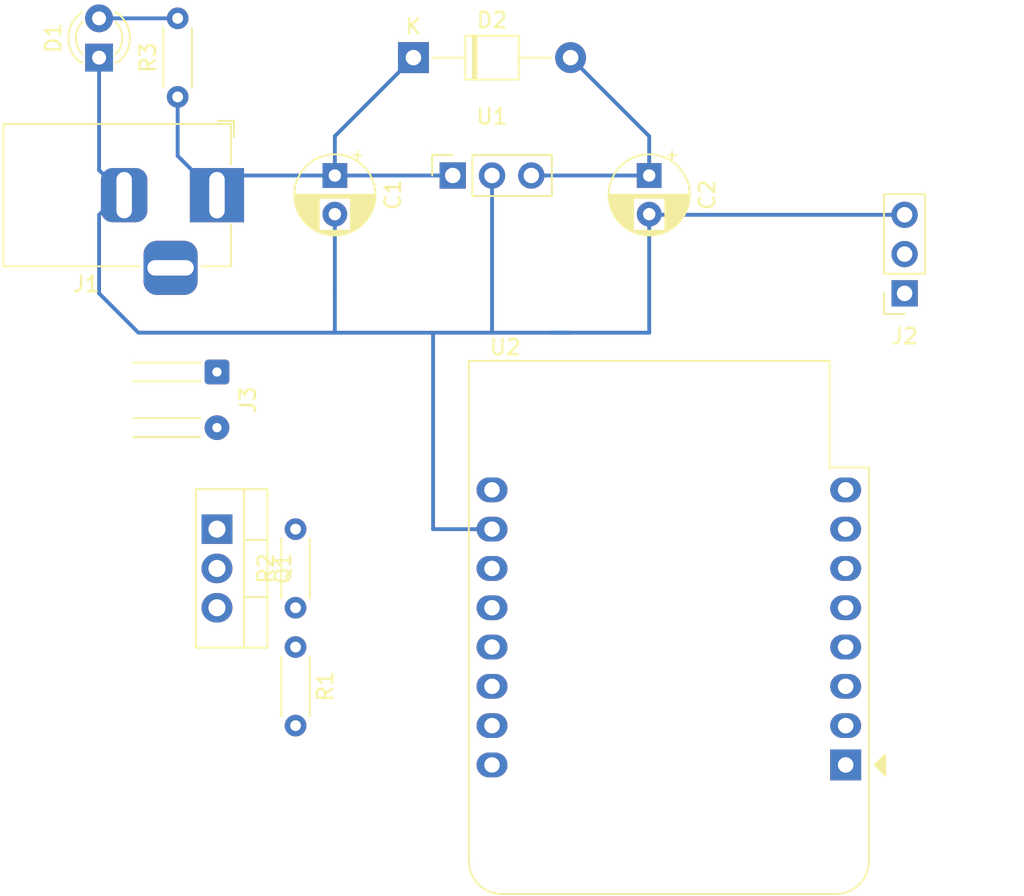
<source format=kicad_pcb>
(kicad_pcb (version 20171130) (host pcbnew 5.1.8)

  (general
    (thickness 1.6)
    (drawings 0)
    (tracks 29)
    (zones 0)
    (modules 13)
    (nets 21)
  )

  (page A4)
  (layers
    (0 F.Cu signal)
    (31 B.Cu signal)
    (32 B.Adhes user)
    (33 F.Adhes user)
    (34 B.Paste user)
    (35 F.Paste user)
    (36 B.SilkS user)
    (37 F.SilkS user)
    (38 B.Mask user)
    (39 F.Mask user)
    (40 Dwgs.User user)
    (41 Cmts.User user)
    (42 Eco1.User user)
    (43 Eco2.User user)
    (44 Edge.Cuts user)
    (45 Margin user)
    (46 B.CrtYd user)
    (47 F.CrtYd user)
    (48 B.Fab user)
    (49 F.Fab user)
  )

  (setup
    (last_trace_width 0.25)
    (trace_clearance 0.2)
    (zone_clearance 0.508)
    (zone_45_only no)
    (trace_min 0.2)
    (via_size 0.8)
    (via_drill 0.4)
    (via_min_size 0.4)
    (via_min_drill 0.3)
    (uvia_size 0.3)
    (uvia_drill 0.1)
    (uvias_allowed no)
    (uvia_min_size 0.2)
    (uvia_min_drill 0.1)
    (edge_width 0.05)
    (segment_width 0.2)
    (pcb_text_width 0.3)
    (pcb_text_size 1.5 1.5)
    (mod_edge_width 0.12)
    (mod_text_size 1 1)
    (mod_text_width 0.15)
    (pad_size 1.524 1.524)
    (pad_drill 0.762)
    (pad_to_mask_clearance 0)
    (aux_axis_origin 0 0)
    (visible_elements FFFFFF7F)
    (pcbplotparams
      (layerselection 0x010fc_ffffffff)
      (usegerberextensions false)
      (usegerberattributes true)
      (usegerberadvancedattributes true)
      (creategerberjobfile true)
      (excludeedgelayer true)
      (linewidth 0.100000)
      (plotframeref false)
      (viasonmask false)
      (mode 1)
      (useauxorigin false)
      (hpglpennumber 1)
      (hpglpenspeed 20)
      (hpglpendiameter 15.000000)
      (psnegative false)
      (psa4output false)
      (plotreference true)
      (plotvalue true)
      (plotinvisibletext false)
      (padsonsilk false)
      (subtractmaskfromsilk false)
      (outputformat 1)
      (mirror false)
      (drillshape 1)
      (scaleselection 1)
      (outputdirectory ""))
  )

  (net 0 "")
  (net 1 GND)
  (net 2 +12V)
  (net 3 +5V)
  (net 4 Touch_S)
  (net 5 LED_K)
  (net 6 "Net-(Q1-Pad3)")
  (net 7 GATE)
  (net 8 VR)
  (net 9 +3V3)
  (net 10 "Net-(U2-Pad1)")
  (net 11 "Net-(U2-Pad3)")
  (net 12 "Net-(U2-Pad4)")
  (net 13 "Net-(U2-Pad5)")
  (net 14 "Net-(U2-Pad6)")
  (net 15 "Net-(U2-Pad7)")
  (net 16 "Net-(U2-Pad13)")
  (net 17 "Net-(U2-Pad14)")
  (net 18 "Net-(U2-Pad15)")
  (net 19 "Net-(U2-Pad16)")
  (net 20 "Net-(D1-Pad2)")

  (net_class Default "This is the default net class."
    (clearance 0.2)
    (trace_width 0.25)
    (via_dia 0.8)
    (via_drill 0.4)
    (uvia_dia 0.3)
    (uvia_drill 0.1)
    (add_net +12V)
    (add_net +3V3)
    (add_net +5V)
    (add_net GATE)
    (add_net GND)
    (add_net LED_K)
    (add_net "Net-(D1-Pad2)")
    (add_net "Net-(Q1-Pad3)")
    (add_net "Net-(U2-Pad1)")
    (add_net "Net-(U2-Pad13)")
    (add_net "Net-(U2-Pad14)")
    (add_net "Net-(U2-Pad15)")
    (add_net "Net-(U2-Pad16)")
    (add_net "Net-(U2-Pad3)")
    (add_net "Net-(U2-Pad4)")
    (add_net "Net-(U2-Pad5)")
    (add_net "Net-(U2-Pad6)")
    (add_net "Net-(U2-Pad7)")
    (add_net Touch_S)
    (add_net VR)
  )

  (module Capacitor_THT:CP_Radial_D5.0mm_P2.50mm (layer F.Cu) (tedit 5AE50EF0) (tstamp 6010CCFB)
    (at 111.76 114.3 270)
    (descr "CP, Radial series, Radial, pin pitch=2.50mm, , diameter=5mm, Electrolytic Capacitor")
    (tags "CP Radial series Radial pin pitch 2.50mm  diameter 5mm Electrolytic Capacitor")
    (path /60109178)
    (fp_text reference C1 (at 1.25 -3.75 90) (layer F.SilkS)
      (effects (font (size 1 1) (thickness 0.15)))
    )
    (fp_text value "0.33 uF" (at 1.25 3.75 90) (layer F.Fab)
      (effects (font (size 1 1) (thickness 0.15)))
    )
    (fp_line (start -1.304775 -1.725) (end -1.304775 -1.225) (layer F.SilkS) (width 0.12))
    (fp_line (start -1.554775 -1.475) (end -1.054775 -1.475) (layer F.SilkS) (width 0.12))
    (fp_line (start 3.851 -0.284) (end 3.851 0.284) (layer F.SilkS) (width 0.12))
    (fp_line (start 3.811 -0.518) (end 3.811 0.518) (layer F.SilkS) (width 0.12))
    (fp_line (start 3.771 -0.677) (end 3.771 0.677) (layer F.SilkS) (width 0.12))
    (fp_line (start 3.731 -0.805) (end 3.731 0.805) (layer F.SilkS) (width 0.12))
    (fp_line (start 3.691 -0.915) (end 3.691 0.915) (layer F.SilkS) (width 0.12))
    (fp_line (start 3.651 -1.011) (end 3.651 1.011) (layer F.SilkS) (width 0.12))
    (fp_line (start 3.611 -1.098) (end 3.611 1.098) (layer F.SilkS) (width 0.12))
    (fp_line (start 3.571 -1.178) (end 3.571 1.178) (layer F.SilkS) (width 0.12))
    (fp_line (start 3.531 1.04) (end 3.531 1.251) (layer F.SilkS) (width 0.12))
    (fp_line (start 3.531 -1.251) (end 3.531 -1.04) (layer F.SilkS) (width 0.12))
    (fp_line (start 3.491 1.04) (end 3.491 1.319) (layer F.SilkS) (width 0.12))
    (fp_line (start 3.491 -1.319) (end 3.491 -1.04) (layer F.SilkS) (width 0.12))
    (fp_line (start 3.451 1.04) (end 3.451 1.383) (layer F.SilkS) (width 0.12))
    (fp_line (start 3.451 -1.383) (end 3.451 -1.04) (layer F.SilkS) (width 0.12))
    (fp_line (start 3.411 1.04) (end 3.411 1.443) (layer F.SilkS) (width 0.12))
    (fp_line (start 3.411 -1.443) (end 3.411 -1.04) (layer F.SilkS) (width 0.12))
    (fp_line (start 3.371 1.04) (end 3.371 1.5) (layer F.SilkS) (width 0.12))
    (fp_line (start 3.371 -1.5) (end 3.371 -1.04) (layer F.SilkS) (width 0.12))
    (fp_line (start 3.331 1.04) (end 3.331 1.554) (layer F.SilkS) (width 0.12))
    (fp_line (start 3.331 -1.554) (end 3.331 -1.04) (layer F.SilkS) (width 0.12))
    (fp_line (start 3.291 1.04) (end 3.291 1.605) (layer F.SilkS) (width 0.12))
    (fp_line (start 3.291 -1.605) (end 3.291 -1.04) (layer F.SilkS) (width 0.12))
    (fp_line (start 3.251 1.04) (end 3.251 1.653) (layer F.SilkS) (width 0.12))
    (fp_line (start 3.251 -1.653) (end 3.251 -1.04) (layer F.SilkS) (width 0.12))
    (fp_line (start 3.211 1.04) (end 3.211 1.699) (layer F.SilkS) (width 0.12))
    (fp_line (start 3.211 -1.699) (end 3.211 -1.04) (layer F.SilkS) (width 0.12))
    (fp_line (start 3.171 1.04) (end 3.171 1.743) (layer F.SilkS) (width 0.12))
    (fp_line (start 3.171 -1.743) (end 3.171 -1.04) (layer F.SilkS) (width 0.12))
    (fp_line (start 3.131 1.04) (end 3.131 1.785) (layer F.SilkS) (width 0.12))
    (fp_line (start 3.131 -1.785) (end 3.131 -1.04) (layer F.SilkS) (width 0.12))
    (fp_line (start 3.091 1.04) (end 3.091 1.826) (layer F.SilkS) (width 0.12))
    (fp_line (start 3.091 -1.826) (end 3.091 -1.04) (layer F.SilkS) (width 0.12))
    (fp_line (start 3.051 1.04) (end 3.051 1.864) (layer F.SilkS) (width 0.12))
    (fp_line (start 3.051 -1.864) (end 3.051 -1.04) (layer F.SilkS) (width 0.12))
    (fp_line (start 3.011 1.04) (end 3.011 1.901) (layer F.SilkS) (width 0.12))
    (fp_line (start 3.011 -1.901) (end 3.011 -1.04) (layer F.SilkS) (width 0.12))
    (fp_line (start 2.971 1.04) (end 2.971 1.937) (layer F.SilkS) (width 0.12))
    (fp_line (start 2.971 -1.937) (end 2.971 -1.04) (layer F.SilkS) (width 0.12))
    (fp_line (start 2.931 1.04) (end 2.931 1.971) (layer F.SilkS) (width 0.12))
    (fp_line (start 2.931 -1.971) (end 2.931 -1.04) (layer F.SilkS) (width 0.12))
    (fp_line (start 2.891 1.04) (end 2.891 2.004) (layer F.SilkS) (width 0.12))
    (fp_line (start 2.891 -2.004) (end 2.891 -1.04) (layer F.SilkS) (width 0.12))
    (fp_line (start 2.851 1.04) (end 2.851 2.035) (layer F.SilkS) (width 0.12))
    (fp_line (start 2.851 -2.035) (end 2.851 -1.04) (layer F.SilkS) (width 0.12))
    (fp_line (start 2.811 1.04) (end 2.811 2.065) (layer F.SilkS) (width 0.12))
    (fp_line (start 2.811 -2.065) (end 2.811 -1.04) (layer F.SilkS) (width 0.12))
    (fp_line (start 2.771 1.04) (end 2.771 2.095) (layer F.SilkS) (width 0.12))
    (fp_line (start 2.771 -2.095) (end 2.771 -1.04) (layer F.SilkS) (width 0.12))
    (fp_line (start 2.731 1.04) (end 2.731 2.122) (layer F.SilkS) (width 0.12))
    (fp_line (start 2.731 -2.122) (end 2.731 -1.04) (layer F.SilkS) (width 0.12))
    (fp_line (start 2.691 1.04) (end 2.691 2.149) (layer F.SilkS) (width 0.12))
    (fp_line (start 2.691 -2.149) (end 2.691 -1.04) (layer F.SilkS) (width 0.12))
    (fp_line (start 2.651 1.04) (end 2.651 2.175) (layer F.SilkS) (width 0.12))
    (fp_line (start 2.651 -2.175) (end 2.651 -1.04) (layer F.SilkS) (width 0.12))
    (fp_line (start 2.611 1.04) (end 2.611 2.2) (layer F.SilkS) (width 0.12))
    (fp_line (start 2.611 -2.2) (end 2.611 -1.04) (layer F.SilkS) (width 0.12))
    (fp_line (start 2.571 1.04) (end 2.571 2.224) (layer F.SilkS) (width 0.12))
    (fp_line (start 2.571 -2.224) (end 2.571 -1.04) (layer F.SilkS) (width 0.12))
    (fp_line (start 2.531 1.04) (end 2.531 2.247) (layer F.SilkS) (width 0.12))
    (fp_line (start 2.531 -2.247) (end 2.531 -1.04) (layer F.SilkS) (width 0.12))
    (fp_line (start 2.491 1.04) (end 2.491 2.268) (layer F.SilkS) (width 0.12))
    (fp_line (start 2.491 -2.268) (end 2.491 -1.04) (layer F.SilkS) (width 0.12))
    (fp_line (start 2.451 1.04) (end 2.451 2.29) (layer F.SilkS) (width 0.12))
    (fp_line (start 2.451 -2.29) (end 2.451 -1.04) (layer F.SilkS) (width 0.12))
    (fp_line (start 2.411 1.04) (end 2.411 2.31) (layer F.SilkS) (width 0.12))
    (fp_line (start 2.411 -2.31) (end 2.411 -1.04) (layer F.SilkS) (width 0.12))
    (fp_line (start 2.371 1.04) (end 2.371 2.329) (layer F.SilkS) (width 0.12))
    (fp_line (start 2.371 -2.329) (end 2.371 -1.04) (layer F.SilkS) (width 0.12))
    (fp_line (start 2.331 1.04) (end 2.331 2.348) (layer F.SilkS) (width 0.12))
    (fp_line (start 2.331 -2.348) (end 2.331 -1.04) (layer F.SilkS) (width 0.12))
    (fp_line (start 2.291 1.04) (end 2.291 2.365) (layer F.SilkS) (width 0.12))
    (fp_line (start 2.291 -2.365) (end 2.291 -1.04) (layer F.SilkS) (width 0.12))
    (fp_line (start 2.251 1.04) (end 2.251 2.382) (layer F.SilkS) (width 0.12))
    (fp_line (start 2.251 -2.382) (end 2.251 -1.04) (layer F.SilkS) (width 0.12))
    (fp_line (start 2.211 1.04) (end 2.211 2.398) (layer F.SilkS) (width 0.12))
    (fp_line (start 2.211 -2.398) (end 2.211 -1.04) (layer F.SilkS) (width 0.12))
    (fp_line (start 2.171 1.04) (end 2.171 2.414) (layer F.SilkS) (width 0.12))
    (fp_line (start 2.171 -2.414) (end 2.171 -1.04) (layer F.SilkS) (width 0.12))
    (fp_line (start 2.131 1.04) (end 2.131 2.428) (layer F.SilkS) (width 0.12))
    (fp_line (start 2.131 -2.428) (end 2.131 -1.04) (layer F.SilkS) (width 0.12))
    (fp_line (start 2.091 1.04) (end 2.091 2.442) (layer F.SilkS) (width 0.12))
    (fp_line (start 2.091 -2.442) (end 2.091 -1.04) (layer F.SilkS) (width 0.12))
    (fp_line (start 2.051 1.04) (end 2.051 2.455) (layer F.SilkS) (width 0.12))
    (fp_line (start 2.051 -2.455) (end 2.051 -1.04) (layer F.SilkS) (width 0.12))
    (fp_line (start 2.011 1.04) (end 2.011 2.468) (layer F.SilkS) (width 0.12))
    (fp_line (start 2.011 -2.468) (end 2.011 -1.04) (layer F.SilkS) (width 0.12))
    (fp_line (start 1.971 1.04) (end 1.971 2.48) (layer F.SilkS) (width 0.12))
    (fp_line (start 1.971 -2.48) (end 1.971 -1.04) (layer F.SilkS) (width 0.12))
    (fp_line (start 1.93 1.04) (end 1.93 2.491) (layer F.SilkS) (width 0.12))
    (fp_line (start 1.93 -2.491) (end 1.93 -1.04) (layer F.SilkS) (width 0.12))
    (fp_line (start 1.89 1.04) (end 1.89 2.501) (layer F.SilkS) (width 0.12))
    (fp_line (start 1.89 -2.501) (end 1.89 -1.04) (layer F.SilkS) (width 0.12))
    (fp_line (start 1.85 1.04) (end 1.85 2.511) (layer F.SilkS) (width 0.12))
    (fp_line (start 1.85 -2.511) (end 1.85 -1.04) (layer F.SilkS) (width 0.12))
    (fp_line (start 1.81 1.04) (end 1.81 2.52) (layer F.SilkS) (width 0.12))
    (fp_line (start 1.81 -2.52) (end 1.81 -1.04) (layer F.SilkS) (width 0.12))
    (fp_line (start 1.77 1.04) (end 1.77 2.528) (layer F.SilkS) (width 0.12))
    (fp_line (start 1.77 -2.528) (end 1.77 -1.04) (layer F.SilkS) (width 0.12))
    (fp_line (start 1.73 1.04) (end 1.73 2.536) (layer F.SilkS) (width 0.12))
    (fp_line (start 1.73 -2.536) (end 1.73 -1.04) (layer F.SilkS) (width 0.12))
    (fp_line (start 1.69 1.04) (end 1.69 2.543) (layer F.SilkS) (width 0.12))
    (fp_line (start 1.69 -2.543) (end 1.69 -1.04) (layer F.SilkS) (width 0.12))
    (fp_line (start 1.65 1.04) (end 1.65 2.55) (layer F.SilkS) (width 0.12))
    (fp_line (start 1.65 -2.55) (end 1.65 -1.04) (layer F.SilkS) (width 0.12))
    (fp_line (start 1.61 1.04) (end 1.61 2.556) (layer F.SilkS) (width 0.12))
    (fp_line (start 1.61 -2.556) (end 1.61 -1.04) (layer F.SilkS) (width 0.12))
    (fp_line (start 1.57 1.04) (end 1.57 2.561) (layer F.SilkS) (width 0.12))
    (fp_line (start 1.57 -2.561) (end 1.57 -1.04) (layer F.SilkS) (width 0.12))
    (fp_line (start 1.53 1.04) (end 1.53 2.565) (layer F.SilkS) (width 0.12))
    (fp_line (start 1.53 -2.565) (end 1.53 -1.04) (layer F.SilkS) (width 0.12))
    (fp_line (start 1.49 1.04) (end 1.49 2.569) (layer F.SilkS) (width 0.12))
    (fp_line (start 1.49 -2.569) (end 1.49 -1.04) (layer F.SilkS) (width 0.12))
    (fp_line (start 1.45 -2.573) (end 1.45 2.573) (layer F.SilkS) (width 0.12))
    (fp_line (start 1.41 -2.576) (end 1.41 2.576) (layer F.SilkS) (width 0.12))
    (fp_line (start 1.37 -2.578) (end 1.37 2.578) (layer F.SilkS) (width 0.12))
    (fp_line (start 1.33 -2.579) (end 1.33 2.579) (layer F.SilkS) (width 0.12))
    (fp_line (start 1.29 -2.58) (end 1.29 2.58) (layer F.SilkS) (width 0.12))
    (fp_line (start 1.25 -2.58) (end 1.25 2.58) (layer F.SilkS) (width 0.12))
    (fp_line (start -0.633605 -1.3375) (end -0.633605 -0.8375) (layer F.Fab) (width 0.1))
    (fp_line (start -0.883605 -1.0875) (end -0.383605 -1.0875) (layer F.Fab) (width 0.1))
    (fp_circle (center 1.25 0) (end 4 0) (layer F.CrtYd) (width 0.05))
    (fp_circle (center 1.25 0) (end 3.87 0) (layer F.SilkS) (width 0.12))
    (fp_circle (center 1.25 0) (end 3.75 0) (layer F.Fab) (width 0.1))
    (fp_text user %R (at 1.25 0 180) (layer F.Fab)
      (effects (font (size 1 1) (thickness 0.15)))
    )
    (pad 2 thru_hole circle (at 2.5 0 270) (size 1.6 1.6) (drill 0.8) (layers *.Cu *.Mask)
      (net 1 GND))
    (pad 1 thru_hole rect (at 0 0 270) (size 1.6 1.6) (drill 0.8) (layers *.Cu *.Mask)
      (net 2 +12V))
    (model ${KISYS3DMOD}/Capacitor_THT.3dshapes/CP_Radial_D5.0mm_P2.50mm.wrl
      (at (xyz 0 0 0))
      (scale (xyz 1 1 1))
      (rotate (xyz 0 0 0))
    )
  )

  (module Capacitor_THT:CP_Radial_D5.0mm_P2.50mm (layer F.Cu) (tedit 5AE50EF0) (tstamp 6010CD7F)
    (at 132.08 114.3 270)
    (descr "CP, Radial series, Radial, pin pitch=2.50mm, , diameter=5mm, Electrolytic Capacitor")
    (tags "CP Radial series Radial pin pitch 2.50mm  diameter 5mm Electrolytic Capacitor")
    (path /60108A7F)
    (fp_text reference C2 (at 1.25 -3.75 90) (layer F.SilkS)
      (effects (font (size 1 1) (thickness 0.15)))
    )
    (fp_text value "0.1 uF" (at 1.25 3.75 90) (layer F.Fab)
      (effects (font (size 1 1) (thickness 0.15)))
    )
    (fp_circle (center 1.25 0) (end 3.75 0) (layer F.Fab) (width 0.1))
    (fp_circle (center 1.25 0) (end 3.87 0) (layer F.SilkS) (width 0.12))
    (fp_circle (center 1.25 0) (end 4 0) (layer F.CrtYd) (width 0.05))
    (fp_line (start -0.883605 -1.0875) (end -0.383605 -1.0875) (layer F.Fab) (width 0.1))
    (fp_line (start -0.633605 -1.3375) (end -0.633605 -0.8375) (layer F.Fab) (width 0.1))
    (fp_line (start 1.25 -2.58) (end 1.25 2.58) (layer F.SilkS) (width 0.12))
    (fp_line (start 1.29 -2.58) (end 1.29 2.58) (layer F.SilkS) (width 0.12))
    (fp_line (start 1.33 -2.579) (end 1.33 2.579) (layer F.SilkS) (width 0.12))
    (fp_line (start 1.37 -2.578) (end 1.37 2.578) (layer F.SilkS) (width 0.12))
    (fp_line (start 1.41 -2.576) (end 1.41 2.576) (layer F.SilkS) (width 0.12))
    (fp_line (start 1.45 -2.573) (end 1.45 2.573) (layer F.SilkS) (width 0.12))
    (fp_line (start 1.49 -2.569) (end 1.49 -1.04) (layer F.SilkS) (width 0.12))
    (fp_line (start 1.49 1.04) (end 1.49 2.569) (layer F.SilkS) (width 0.12))
    (fp_line (start 1.53 -2.565) (end 1.53 -1.04) (layer F.SilkS) (width 0.12))
    (fp_line (start 1.53 1.04) (end 1.53 2.565) (layer F.SilkS) (width 0.12))
    (fp_line (start 1.57 -2.561) (end 1.57 -1.04) (layer F.SilkS) (width 0.12))
    (fp_line (start 1.57 1.04) (end 1.57 2.561) (layer F.SilkS) (width 0.12))
    (fp_line (start 1.61 -2.556) (end 1.61 -1.04) (layer F.SilkS) (width 0.12))
    (fp_line (start 1.61 1.04) (end 1.61 2.556) (layer F.SilkS) (width 0.12))
    (fp_line (start 1.65 -2.55) (end 1.65 -1.04) (layer F.SilkS) (width 0.12))
    (fp_line (start 1.65 1.04) (end 1.65 2.55) (layer F.SilkS) (width 0.12))
    (fp_line (start 1.69 -2.543) (end 1.69 -1.04) (layer F.SilkS) (width 0.12))
    (fp_line (start 1.69 1.04) (end 1.69 2.543) (layer F.SilkS) (width 0.12))
    (fp_line (start 1.73 -2.536) (end 1.73 -1.04) (layer F.SilkS) (width 0.12))
    (fp_line (start 1.73 1.04) (end 1.73 2.536) (layer F.SilkS) (width 0.12))
    (fp_line (start 1.77 -2.528) (end 1.77 -1.04) (layer F.SilkS) (width 0.12))
    (fp_line (start 1.77 1.04) (end 1.77 2.528) (layer F.SilkS) (width 0.12))
    (fp_line (start 1.81 -2.52) (end 1.81 -1.04) (layer F.SilkS) (width 0.12))
    (fp_line (start 1.81 1.04) (end 1.81 2.52) (layer F.SilkS) (width 0.12))
    (fp_line (start 1.85 -2.511) (end 1.85 -1.04) (layer F.SilkS) (width 0.12))
    (fp_line (start 1.85 1.04) (end 1.85 2.511) (layer F.SilkS) (width 0.12))
    (fp_line (start 1.89 -2.501) (end 1.89 -1.04) (layer F.SilkS) (width 0.12))
    (fp_line (start 1.89 1.04) (end 1.89 2.501) (layer F.SilkS) (width 0.12))
    (fp_line (start 1.93 -2.491) (end 1.93 -1.04) (layer F.SilkS) (width 0.12))
    (fp_line (start 1.93 1.04) (end 1.93 2.491) (layer F.SilkS) (width 0.12))
    (fp_line (start 1.971 -2.48) (end 1.971 -1.04) (layer F.SilkS) (width 0.12))
    (fp_line (start 1.971 1.04) (end 1.971 2.48) (layer F.SilkS) (width 0.12))
    (fp_line (start 2.011 -2.468) (end 2.011 -1.04) (layer F.SilkS) (width 0.12))
    (fp_line (start 2.011 1.04) (end 2.011 2.468) (layer F.SilkS) (width 0.12))
    (fp_line (start 2.051 -2.455) (end 2.051 -1.04) (layer F.SilkS) (width 0.12))
    (fp_line (start 2.051 1.04) (end 2.051 2.455) (layer F.SilkS) (width 0.12))
    (fp_line (start 2.091 -2.442) (end 2.091 -1.04) (layer F.SilkS) (width 0.12))
    (fp_line (start 2.091 1.04) (end 2.091 2.442) (layer F.SilkS) (width 0.12))
    (fp_line (start 2.131 -2.428) (end 2.131 -1.04) (layer F.SilkS) (width 0.12))
    (fp_line (start 2.131 1.04) (end 2.131 2.428) (layer F.SilkS) (width 0.12))
    (fp_line (start 2.171 -2.414) (end 2.171 -1.04) (layer F.SilkS) (width 0.12))
    (fp_line (start 2.171 1.04) (end 2.171 2.414) (layer F.SilkS) (width 0.12))
    (fp_line (start 2.211 -2.398) (end 2.211 -1.04) (layer F.SilkS) (width 0.12))
    (fp_line (start 2.211 1.04) (end 2.211 2.398) (layer F.SilkS) (width 0.12))
    (fp_line (start 2.251 -2.382) (end 2.251 -1.04) (layer F.SilkS) (width 0.12))
    (fp_line (start 2.251 1.04) (end 2.251 2.382) (layer F.SilkS) (width 0.12))
    (fp_line (start 2.291 -2.365) (end 2.291 -1.04) (layer F.SilkS) (width 0.12))
    (fp_line (start 2.291 1.04) (end 2.291 2.365) (layer F.SilkS) (width 0.12))
    (fp_line (start 2.331 -2.348) (end 2.331 -1.04) (layer F.SilkS) (width 0.12))
    (fp_line (start 2.331 1.04) (end 2.331 2.348) (layer F.SilkS) (width 0.12))
    (fp_line (start 2.371 -2.329) (end 2.371 -1.04) (layer F.SilkS) (width 0.12))
    (fp_line (start 2.371 1.04) (end 2.371 2.329) (layer F.SilkS) (width 0.12))
    (fp_line (start 2.411 -2.31) (end 2.411 -1.04) (layer F.SilkS) (width 0.12))
    (fp_line (start 2.411 1.04) (end 2.411 2.31) (layer F.SilkS) (width 0.12))
    (fp_line (start 2.451 -2.29) (end 2.451 -1.04) (layer F.SilkS) (width 0.12))
    (fp_line (start 2.451 1.04) (end 2.451 2.29) (layer F.SilkS) (width 0.12))
    (fp_line (start 2.491 -2.268) (end 2.491 -1.04) (layer F.SilkS) (width 0.12))
    (fp_line (start 2.491 1.04) (end 2.491 2.268) (layer F.SilkS) (width 0.12))
    (fp_line (start 2.531 -2.247) (end 2.531 -1.04) (layer F.SilkS) (width 0.12))
    (fp_line (start 2.531 1.04) (end 2.531 2.247) (layer F.SilkS) (width 0.12))
    (fp_line (start 2.571 -2.224) (end 2.571 -1.04) (layer F.SilkS) (width 0.12))
    (fp_line (start 2.571 1.04) (end 2.571 2.224) (layer F.SilkS) (width 0.12))
    (fp_line (start 2.611 -2.2) (end 2.611 -1.04) (layer F.SilkS) (width 0.12))
    (fp_line (start 2.611 1.04) (end 2.611 2.2) (layer F.SilkS) (width 0.12))
    (fp_line (start 2.651 -2.175) (end 2.651 -1.04) (layer F.SilkS) (width 0.12))
    (fp_line (start 2.651 1.04) (end 2.651 2.175) (layer F.SilkS) (width 0.12))
    (fp_line (start 2.691 -2.149) (end 2.691 -1.04) (layer F.SilkS) (width 0.12))
    (fp_line (start 2.691 1.04) (end 2.691 2.149) (layer F.SilkS) (width 0.12))
    (fp_line (start 2.731 -2.122) (end 2.731 -1.04) (layer F.SilkS) (width 0.12))
    (fp_line (start 2.731 1.04) (end 2.731 2.122) (layer F.SilkS) (width 0.12))
    (fp_line (start 2.771 -2.095) (end 2.771 -1.04) (layer F.SilkS) (width 0.12))
    (fp_line (start 2.771 1.04) (end 2.771 2.095) (layer F.SilkS) (width 0.12))
    (fp_line (start 2.811 -2.065) (end 2.811 -1.04) (layer F.SilkS) (width 0.12))
    (fp_line (start 2.811 1.04) (end 2.811 2.065) (layer F.SilkS) (width 0.12))
    (fp_line (start 2.851 -2.035) (end 2.851 -1.04) (layer F.SilkS) (width 0.12))
    (fp_line (start 2.851 1.04) (end 2.851 2.035) (layer F.SilkS) (width 0.12))
    (fp_line (start 2.891 -2.004) (end 2.891 -1.04) (layer F.SilkS) (width 0.12))
    (fp_line (start 2.891 1.04) (end 2.891 2.004) (layer F.SilkS) (width 0.12))
    (fp_line (start 2.931 -1.971) (end 2.931 -1.04) (layer F.SilkS) (width 0.12))
    (fp_line (start 2.931 1.04) (end 2.931 1.971) (layer F.SilkS) (width 0.12))
    (fp_line (start 2.971 -1.937) (end 2.971 -1.04) (layer F.SilkS) (width 0.12))
    (fp_line (start 2.971 1.04) (end 2.971 1.937) (layer F.SilkS) (width 0.12))
    (fp_line (start 3.011 -1.901) (end 3.011 -1.04) (layer F.SilkS) (width 0.12))
    (fp_line (start 3.011 1.04) (end 3.011 1.901) (layer F.SilkS) (width 0.12))
    (fp_line (start 3.051 -1.864) (end 3.051 -1.04) (layer F.SilkS) (width 0.12))
    (fp_line (start 3.051 1.04) (end 3.051 1.864) (layer F.SilkS) (width 0.12))
    (fp_line (start 3.091 -1.826) (end 3.091 -1.04) (layer F.SilkS) (width 0.12))
    (fp_line (start 3.091 1.04) (end 3.091 1.826) (layer F.SilkS) (width 0.12))
    (fp_line (start 3.131 -1.785) (end 3.131 -1.04) (layer F.SilkS) (width 0.12))
    (fp_line (start 3.131 1.04) (end 3.131 1.785) (layer F.SilkS) (width 0.12))
    (fp_line (start 3.171 -1.743) (end 3.171 -1.04) (layer F.SilkS) (width 0.12))
    (fp_line (start 3.171 1.04) (end 3.171 1.743) (layer F.SilkS) (width 0.12))
    (fp_line (start 3.211 -1.699) (end 3.211 -1.04) (layer F.SilkS) (width 0.12))
    (fp_line (start 3.211 1.04) (end 3.211 1.699) (layer F.SilkS) (width 0.12))
    (fp_line (start 3.251 -1.653) (end 3.251 -1.04) (layer F.SilkS) (width 0.12))
    (fp_line (start 3.251 1.04) (end 3.251 1.653) (layer F.SilkS) (width 0.12))
    (fp_line (start 3.291 -1.605) (end 3.291 -1.04) (layer F.SilkS) (width 0.12))
    (fp_line (start 3.291 1.04) (end 3.291 1.605) (layer F.SilkS) (width 0.12))
    (fp_line (start 3.331 -1.554) (end 3.331 -1.04) (layer F.SilkS) (width 0.12))
    (fp_line (start 3.331 1.04) (end 3.331 1.554) (layer F.SilkS) (width 0.12))
    (fp_line (start 3.371 -1.5) (end 3.371 -1.04) (layer F.SilkS) (width 0.12))
    (fp_line (start 3.371 1.04) (end 3.371 1.5) (layer F.SilkS) (width 0.12))
    (fp_line (start 3.411 -1.443) (end 3.411 -1.04) (layer F.SilkS) (width 0.12))
    (fp_line (start 3.411 1.04) (end 3.411 1.443) (layer F.SilkS) (width 0.12))
    (fp_line (start 3.451 -1.383) (end 3.451 -1.04) (layer F.SilkS) (width 0.12))
    (fp_line (start 3.451 1.04) (end 3.451 1.383) (layer F.SilkS) (width 0.12))
    (fp_line (start 3.491 -1.319) (end 3.491 -1.04) (layer F.SilkS) (width 0.12))
    (fp_line (start 3.491 1.04) (end 3.491 1.319) (layer F.SilkS) (width 0.12))
    (fp_line (start 3.531 -1.251) (end 3.531 -1.04) (layer F.SilkS) (width 0.12))
    (fp_line (start 3.531 1.04) (end 3.531 1.251) (layer F.SilkS) (width 0.12))
    (fp_line (start 3.571 -1.178) (end 3.571 1.178) (layer F.SilkS) (width 0.12))
    (fp_line (start 3.611 -1.098) (end 3.611 1.098) (layer F.SilkS) (width 0.12))
    (fp_line (start 3.651 -1.011) (end 3.651 1.011) (layer F.SilkS) (width 0.12))
    (fp_line (start 3.691 -0.915) (end 3.691 0.915) (layer F.SilkS) (width 0.12))
    (fp_line (start 3.731 -0.805) (end 3.731 0.805) (layer F.SilkS) (width 0.12))
    (fp_line (start 3.771 -0.677) (end 3.771 0.677) (layer F.SilkS) (width 0.12))
    (fp_line (start 3.811 -0.518) (end 3.811 0.518) (layer F.SilkS) (width 0.12))
    (fp_line (start 3.851 -0.284) (end 3.851 0.284) (layer F.SilkS) (width 0.12))
    (fp_line (start -1.554775 -1.475) (end -1.054775 -1.475) (layer F.SilkS) (width 0.12))
    (fp_line (start -1.304775 -1.725) (end -1.304775 -1.225) (layer F.SilkS) (width 0.12))
    (fp_text user %R (at 1.25 0 90) (layer F.Fab)
      (effects (font (size 1 1) (thickness 0.15)))
    )
    (pad 1 thru_hole rect (at 0 0 270) (size 1.6 1.6) (drill 0.8) (layers *.Cu *.Mask)
      (net 3 +5V))
    (pad 2 thru_hole circle (at 2.5 0 270) (size 1.6 1.6) (drill 0.8) (layers *.Cu *.Mask)
      (net 1 GND))
    (model ${KISYS3DMOD}/Capacitor_THT.3dshapes/CP_Radial_D5.0mm_P2.50mm.wrl
      (at (xyz 0 0 0))
      (scale (xyz 1 1 1))
      (rotate (xyz 0 0 0))
    )
  )

  (module LED_THT:LED_D3.0mm (layer F.Cu) (tedit 587A3A7B) (tstamp 6010CD92)
    (at 96.52 106.68 90)
    (descr "LED, diameter 3.0mm, 2 pins")
    (tags "LED diameter 3.0mm 2 pins")
    (path /6010E8C7)
    (fp_text reference D1 (at 1.27 -2.96 90) (layer F.SilkS)
      (effects (font (size 1 1) (thickness 0.15)))
    )
    (fp_text value LED (at 1.27 2.96 90) (layer F.Fab)
      (effects (font (size 1 1) (thickness 0.15)))
    )
    (fp_circle (center 1.27 0) (end 2.77 0) (layer F.Fab) (width 0.1))
    (fp_line (start -0.23 -1.16619) (end -0.23 1.16619) (layer F.Fab) (width 0.1))
    (fp_line (start -0.29 -1.236) (end -0.29 -1.08) (layer F.SilkS) (width 0.12))
    (fp_line (start -0.29 1.08) (end -0.29 1.236) (layer F.SilkS) (width 0.12))
    (fp_line (start -1.15 -2.25) (end -1.15 2.25) (layer F.CrtYd) (width 0.05))
    (fp_line (start -1.15 2.25) (end 3.7 2.25) (layer F.CrtYd) (width 0.05))
    (fp_line (start 3.7 2.25) (end 3.7 -2.25) (layer F.CrtYd) (width 0.05))
    (fp_line (start 3.7 -2.25) (end -1.15 -2.25) (layer F.CrtYd) (width 0.05))
    (fp_arc (start 1.27 0) (end -0.23 -1.16619) (angle 284.3) (layer F.Fab) (width 0.1))
    (fp_arc (start 1.27 0) (end -0.29 -1.235516) (angle 108.8) (layer F.SilkS) (width 0.12))
    (fp_arc (start 1.27 0) (end -0.29 1.235516) (angle -108.8) (layer F.SilkS) (width 0.12))
    (fp_arc (start 1.27 0) (end 0.229039 -1.08) (angle 87.9) (layer F.SilkS) (width 0.12))
    (fp_arc (start 1.27 0) (end 0.229039 1.08) (angle -87.9) (layer F.SilkS) (width 0.12))
    (pad 1 thru_hole rect (at 0 0 90) (size 1.8 1.8) (drill 0.9) (layers *.Cu *.Mask)
      (net 1 GND))
    (pad 2 thru_hole circle (at 2.54 0 90) (size 1.8 1.8) (drill 0.9) (layers *.Cu *.Mask)
      (net 20 "Net-(D1-Pad2)"))
    (model ${KISYS3DMOD}/LED_THT.3dshapes/LED_D3.0mm.wrl
      (at (xyz 0 0 0))
      (scale (xyz 1 1 1))
      (rotate (xyz 0 0 0))
    )
  )

  (module Diode_THT:D_T-1_P10.16mm_Horizontal (layer F.Cu) (tedit 5AE50CD5) (tstamp 6010CDB1)
    (at 116.84 106.68)
    (descr "Diode, T-1 series, Axial, Horizontal, pin pitch=10.16mm, , length*diameter=3.2*2.6mm^2, , http://www.diodes.com/_files/packages/T-1.pdf")
    (tags "Diode T-1 series Axial Horizontal pin pitch 10.16mm  length 3.2mm diameter 2.6mm")
    (path /600FF04E)
    (fp_text reference D2 (at 5.08 -2.42) (layer F.SilkS)
      (effects (font (size 1 1) (thickness 0.15)))
    )
    (fp_text value 1N4002 (at 5.08 2.42) (layer F.Fab)
      (effects (font (size 1 1) (thickness 0.15)))
    )
    (fp_line (start 3.48 -1.3) (end 3.48 1.3) (layer F.Fab) (width 0.1))
    (fp_line (start 3.48 1.3) (end 6.68 1.3) (layer F.Fab) (width 0.1))
    (fp_line (start 6.68 1.3) (end 6.68 -1.3) (layer F.Fab) (width 0.1))
    (fp_line (start 6.68 -1.3) (end 3.48 -1.3) (layer F.Fab) (width 0.1))
    (fp_line (start 0 0) (end 3.48 0) (layer F.Fab) (width 0.1))
    (fp_line (start 10.16 0) (end 6.68 0) (layer F.Fab) (width 0.1))
    (fp_line (start 3.96 -1.3) (end 3.96 1.3) (layer F.Fab) (width 0.1))
    (fp_line (start 4.06 -1.3) (end 4.06 1.3) (layer F.Fab) (width 0.1))
    (fp_line (start 3.86 -1.3) (end 3.86 1.3) (layer F.Fab) (width 0.1))
    (fp_line (start 3.36 -1.42) (end 3.36 1.42) (layer F.SilkS) (width 0.12))
    (fp_line (start 3.36 1.42) (end 6.8 1.42) (layer F.SilkS) (width 0.12))
    (fp_line (start 6.8 1.42) (end 6.8 -1.42) (layer F.SilkS) (width 0.12))
    (fp_line (start 6.8 -1.42) (end 3.36 -1.42) (layer F.SilkS) (width 0.12))
    (fp_line (start 1.24 0) (end 3.36 0) (layer F.SilkS) (width 0.12))
    (fp_line (start 8.92 0) (end 6.8 0) (layer F.SilkS) (width 0.12))
    (fp_line (start 3.96 -1.42) (end 3.96 1.42) (layer F.SilkS) (width 0.12))
    (fp_line (start 4.08 -1.42) (end 4.08 1.42) (layer F.SilkS) (width 0.12))
    (fp_line (start 3.84 -1.42) (end 3.84 1.42) (layer F.SilkS) (width 0.12))
    (fp_line (start -1.25 -1.55) (end -1.25 1.55) (layer F.CrtYd) (width 0.05))
    (fp_line (start -1.25 1.55) (end 11.41 1.55) (layer F.CrtYd) (width 0.05))
    (fp_line (start 11.41 1.55) (end 11.41 -1.55) (layer F.CrtYd) (width 0.05))
    (fp_line (start 11.41 -1.55) (end -1.25 -1.55) (layer F.CrtYd) (width 0.05))
    (fp_text user %R (at 5.32 0) (layer F.Fab)
      (effects (font (size 0.64 0.64) (thickness 0.096)))
    )
    (fp_text user K (at 0 -2) (layer F.Fab)
      (effects (font (size 1 1) (thickness 0.15)))
    )
    (fp_text user K (at 0 -2) (layer F.SilkS)
      (effects (font (size 1 1) (thickness 0.15)))
    )
    (pad 1 thru_hole rect (at 0 0) (size 2 2) (drill 1) (layers *.Cu *.Mask)
      (net 2 +12V))
    (pad 2 thru_hole oval (at 10.16 0) (size 2 2) (drill 1) (layers *.Cu *.Mask)
      (net 3 +5V))
    (model ${KISYS3DMOD}/Diode_THT.3dshapes/D_T-1_P10.16mm_Horizontal.wrl
      (at (xyz 0 0 0))
      (scale (xyz 1 1 1))
      (rotate (xyz 0 0 0))
    )
  )

  (module Connector_BarrelJack:BarrelJack_Horizontal (layer F.Cu) (tedit 5A1DBF6A) (tstamp 6010CDD4)
    (at 104.14 115.57)
    (descr "DC Barrel Jack")
    (tags "Power Jack")
    (path /60119C26)
    (fp_text reference J1 (at -8.45 5.75) (layer F.SilkS)
      (effects (font (size 1 1) (thickness 0.15)))
    )
    (fp_text value Barrel_Jack (at -6.2 -5.5) (layer F.Fab)
      (effects (font (size 1 1) (thickness 0.15)))
    )
    (fp_line (start -0.003213 -4.505425) (end 0.8 -3.75) (layer F.Fab) (width 0.1))
    (fp_line (start 1.1 -3.75) (end 1.1 -4.8) (layer F.SilkS) (width 0.12))
    (fp_line (start 0.05 -4.8) (end 1.1 -4.8) (layer F.SilkS) (width 0.12))
    (fp_line (start 1 -4.5) (end 1 -4.75) (layer F.CrtYd) (width 0.05))
    (fp_line (start 1 -4.75) (end -14 -4.75) (layer F.CrtYd) (width 0.05))
    (fp_line (start 1 -4.5) (end 1 -2) (layer F.CrtYd) (width 0.05))
    (fp_line (start 1 -2) (end 2 -2) (layer F.CrtYd) (width 0.05))
    (fp_line (start 2 -2) (end 2 2) (layer F.CrtYd) (width 0.05))
    (fp_line (start 2 2) (end 1 2) (layer F.CrtYd) (width 0.05))
    (fp_line (start 1 2) (end 1 4.75) (layer F.CrtYd) (width 0.05))
    (fp_line (start 1 4.75) (end -1 4.75) (layer F.CrtYd) (width 0.05))
    (fp_line (start -1 4.75) (end -1 6.75) (layer F.CrtYd) (width 0.05))
    (fp_line (start -1 6.75) (end -5 6.75) (layer F.CrtYd) (width 0.05))
    (fp_line (start -5 6.75) (end -5 4.75) (layer F.CrtYd) (width 0.05))
    (fp_line (start -5 4.75) (end -14 4.75) (layer F.CrtYd) (width 0.05))
    (fp_line (start -14 4.75) (end -14 -4.75) (layer F.CrtYd) (width 0.05))
    (fp_line (start -5 4.6) (end -13.8 4.6) (layer F.SilkS) (width 0.12))
    (fp_line (start -13.8 4.6) (end -13.8 -4.6) (layer F.SilkS) (width 0.12))
    (fp_line (start 0.9 1.9) (end 0.9 4.6) (layer F.SilkS) (width 0.12))
    (fp_line (start 0.9 4.6) (end -1 4.6) (layer F.SilkS) (width 0.12))
    (fp_line (start -13.8 -4.6) (end 0.9 -4.6) (layer F.SilkS) (width 0.12))
    (fp_line (start 0.9 -4.6) (end 0.9 -2) (layer F.SilkS) (width 0.12))
    (fp_line (start -10.2 -4.5) (end -10.2 4.5) (layer F.Fab) (width 0.1))
    (fp_line (start -13.7 -4.5) (end -13.7 4.5) (layer F.Fab) (width 0.1))
    (fp_line (start -13.7 4.5) (end 0.8 4.5) (layer F.Fab) (width 0.1))
    (fp_line (start 0.8 4.5) (end 0.8 -3.75) (layer F.Fab) (width 0.1))
    (fp_line (start 0 -4.5) (end -13.7 -4.5) (layer F.Fab) (width 0.1))
    (fp_text user %R (at -3 -2.95) (layer F.Fab)
      (effects (font (size 1 1) (thickness 0.15)))
    )
    (pad 1 thru_hole rect (at 0 0) (size 3.5 3.5) (drill oval 1 3) (layers *.Cu *.Mask)
      (net 2 +12V))
    (pad 2 thru_hole roundrect (at -6 0) (size 3 3.5) (drill oval 1 3) (layers *.Cu *.Mask) (roundrect_rratio 0.25)
      (net 1 GND))
    (pad 3 thru_hole roundrect (at -3 4.7) (size 3.5 3.5) (drill oval 3 1) (layers *.Cu *.Mask) (roundrect_rratio 0.25))
    (model ${KISYS3DMOD}/Connector_BarrelJack.3dshapes/BarrelJack_Horizontal.wrl
      (at (xyz 0 0 0))
      (scale (xyz 1 1 1))
      (rotate (xyz 0 0 0))
    )
  )

  (module Connector_PinSocket_2.54mm:PinSocket_1x03_P2.54mm_Vertical (layer F.Cu) (tedit 5A19A429) (tstamp 6010CDEB)
    (at 148.59 121.92 180)
    (descr "Through hole straight socket strip, 1x03, 2.54mm pitch, single row (from Kicad 4.0.7), script generated")
    (tags "Through hole socket strip THT 1x03 2.54mm single row")
    (path /6012606C)
    (fp_text reference J2 (at 0 -2.77) (layer F.SilkS)
      (effects (font (size 1 1) (thickness 0.15)))
    )
    (fp_text value Conn_01x03_Female (at 0 7.85) (layer F.Fab)
      (effects (font (size 1 1) (thickness 0.15)))
    )
    (fp_line (start -1.8 6.85) (end -1.8 -1.8) (layer F.CrtYd) (width 0.05))
    (fp_line (start 1.75 6.85) (end -1.8 6.85) (layer F.CrtYd) (width 0.05))
    (fp_line (start 1.75 -1.8) (end 1.75 6.85) (layer F.CrtYd) (width 0.05))
    (fp_line (start -1.8 -1.8) (end 1.75 -1.8) (layer F.CrtYd) (width 0.05))
    (fp_line (start 0 -1.33) (end 1.33 -1.33) (layer F.SilkS) (width 0.12))
    (fp_line (start 1.33 -1.33) (end 1.33 0) (layer F.SilkS) (width 0.12))
    (fp_line (start 1.33 1.27) (end 1.33 6.41) (layer F.SilkS) (width 0.12))
    (fp_line (start -1.33 6.41) (end 1.33 6.41) (layer F.SilkS) (width 0.12))
    (fp_line (start -1.33 1.27) (end -1.33 6.41) (layer F.SilkS) (width 0.12))
    (fp_line (start -1.33 1.27) (end 1.33 1.27) (layer F.SilkS) (width 0.12))
    (fp_line (start -1.27 6.35) (end -1.27 -1.27) (layer F.Fab) (width 0.1))
    (fp_line (start 1.27 6.35) (end -1.27 6.35) (layer F.Fab) (width 0.1))
    (fp_line (start 1.27 -0.635) (end 1.27 6.35) (layer F.Fab) (width 0.1))
    (fp_line (start 0.635 -1.27) (end 1.27 -0.635) (layer F.Fab) (width 0.1))
    (fp_line (start -1.27 -1.27) (end 0.635 -1.27) (layer F.Fab) (width 0.1))
    (fp_text user %R (at 0 2.54 90) (layer F.Fab)
      (effects (font (size 1 1) (thickness 0.15)))
    )
    (pad 3 thru_hole oval (at 0 5.08 180) (size 1.7 1.7) (drill 1) (layers *.Cu *.Mask)
      (net 1 GND))
    (pad 2 thru_hole oval (at 0 2.54 180) (size 1.7 1.7) (drill 1) (layers *.Cu *.Mask)
      (net 9 +3V3))
    (pad 1 thru_hole rect (at 0 0 180) (size 1.7 1.7) (drill 1) (layers *.Cu *.Mask)
      (net 4 Touch_S))
    (model ${KISYS3DMOD}/Connector_PinSocket_2.54mm.3dshapes/PinSocket_1x03_P2.54mm_Vertical.wrl
      (at (xyz 0 0 0))
      (scale (xyz 1 1 1))
      (rotate (xyz 0 0 0))
    )
  )

  (module Connector_Wire:SolderWire-0.1sqmm_1x02_P3.6mm_D0.4mm_OD1mm_Relief (layer F.Cu) (tedit 5EB70B42) (tstamp 6010CE10)
    (at 104.14 127 270)
    (descr "Soldered wire connection with feed through strain relief, for 2 times 0.1 mm² wires, basic insulation, conductor diameter 0.4mm, outer diameter 1mm, size source Multi-Contact FLEXI-E 0.1 (https://ec.staubli.com/AcroFiles/Catalogues/TM_Cab-Main-11014119_(en)_hi.pdf), bend radius 3 times outer diameter, generated with kicad-footprint-generator")
    (tags "connector wire 0.1sqmm strain-relief")
    (path /600FDD9E)
    (attr virtual)
    (fp_text reference J3 (at 1.8 -2 90) (layer F.SilkS)
      (effects (font (size 1 1) (thickness 0.15)))
    )
    (fp_text value Conn_01x02 (at 1.8 7.95 90) (layer F.Fab)
      (effects (font (size 1 1) (thickness 0.15)))
    )
    (fp_circle (center 0 0) (end 0.5 0) (layer F.Fab) (width 0.1))
    (fp_circle (center 0 6) (end 0.5 6) (layer F.Fab) (width 0.1))
    (fp_circle (center 3.6 0) (end 4.1 0) (layer F.Fab) (width 0.1))
    (fp_circle (center 3.6 6) (end 4.1 6) (layer F.Fab) (width 0.1))
    (fp_line (start -0.5 0) (end -0.5 6) (layer F.Fab) (width 0.1))
    (fp_line (start 0.5 0) (end 0.5 6) (layer F.Fab) (width 0.1))
    (fp_line (start 0.61 1.06) (end 0.61 5.39) (layer F.SilkS) (width 0.12))
    (fp_line (start -0.61 1.06) (end -0.61 5.39) (layer F.SilkS) (width 0.12))
    (fp_line (start -1.3 -1.3) (end -1.3 7.25) (layer F.CrtYd) (width 0.05))
    (fp_line (start -1.3 7.25) (end 1.3 7.25) (layer F.CrtYd) (width 0.05))
    (fp_line (start 1.3 7.25) (end 1.3 -1.3) (layer F.CrtYd) (width 0.05))
    (fp_line (start 1.3 -1.3) (end -1.3 -1.3) (layer F.CrtYd) (width 0.05))
    (fp_line (start -1.3 4.75) (end -1.3 7.25) (layer B.CrtYd) (width 0.05))
    (fp_line (start -1.3 7.25) (end 1.3 7.25) (layer B.CrtYd) (width 0.05))
    (fp_line (start 1.3 7.25) (end 1.3 4.75) (layer B.CrtYd) (width 0.05))
    (fp_line (start 1.3 4.75) (end -1.3 4.75) (layer B.CrtYd) (width 0.05))
    (fp_line (start 3.1 0) (end 3.1 6) (layer F.Fab) (width 0.1))
    (fp_line (start 4.1 0) (end 4.1 6) (layer F.Fab) (width 0.1))
    (fp_line (start 4.21 1.06) (end 4.21 5.39) (layer F.SilkS) (width 0.12))
    (fp_line (start 2.99 1.06) (end 2.99 5.39) (layer F.SilkS) (width 0.12))
    (fp_line (start 2.3 -1.3) (end 2.3 7.25) (layer F.CrtYd) (width 0.05))
    (fp_line (start 2.3 7.25) (end 4.9 7.25) (layer F.CrtYd) (width 0.05))
    (fp_line (start 4.9 7.25) (end 4.9 -1.3) (layer F.CrtYd) (width 0.05))
    (fp_line (start 4.9 -1.3) (end 2.3 -1.3) (layer F.CrtYd) (width 0.05))
    (fp_line (start 2.3 4.75) (end 2.3 7.25) (layer B.CrtYd) (width 0.05))
    (fp_line (start 2.3 7.25) (end 4.9 7.25) (layer B.CrtYd) (width 0.05))
    (fp_line (start 4.9 7.25) (end 4.9 4.75) (layer B.CrtYd) (width 0.05))
    (fp_line (start 4.9 4.75) (end 2.3 4.75) (layer B.CrtYd) (width 0.05))
    (fp_text user %R (at 1.8 3) (layer F.Fab)
      (effects (font (size 0.8 0.8) (thickness 0.12)))
    )
    (pad 1 thru_hole roundrect (at 0 0 270) (size 1.6 1.6) (drill 0.6) (layers *.Cu *.Mask) (roundrect_rratio 0.15625)
      (net 2 +12V))
    (pad 2 thru_hole circle (at 3.6 0 270) (size 1.6 1.6) (drill 0.6) (layers *.Cu *.Mask)
      (net 5 LED_K))
    (pad "" np_thru_hole circle (at 0 6 270) (size 1.5 1.5) (drill 1.5) (layers *.Cu *.Mask))
    (pad "" np_thru_hole circle (at 3.6 6 270) (size 1.5 1.5) (drill 1.5) (layers *.Cu *.Mask))
    (model ${KISYS3DMOD}/Connector_Wire.3dshapes/SolderWire-0.1sqmm_1x02_P3.6mm_D0.4mm_OD1mm_Relief.wrl
      (at (xyz 0 0 0))
      (scale (xyz 1 1 1))
      (rotate (xyz 0 0 0))
    )
  )

  (module Package_TO_SOT_THT:TO-220-3_Vertical (layer F.Cu) (tedit 5AC8BA0D) (tstamp 6010CE2A)
    (at 104.14 137.16 270)
    (descr "TO-220-3, Vertical, RM 2.54mm, see https://www.vishay.com/docs/66542/to-220-1.pdf")
    (tags "TO-220-3 Vertical RM 2.54mm")
    (path /600FD127)
    (fp_text reference Q1 (at 2.54 -4.27 90) (layer F.SilkS)
      (effects (font (size 1 1) (thickness 0.15)))
    )
    (fp_text value Q_NMOS_DSG (at 2.54 2.5 90) (layer F.Fab)
      (effects (font (size 1 1) (thickness 0.15)))
    )
    (fp_line (start -2.46 -3.15) (end -2.46 1.25) (layer F.Fab) (width 0.1))
    (fp_line (start -2.46 1.25) (end 7.54 1.25) (layer F.Fab) (width 0.1))
    (fp_line (start 7.54 1.25) (end 7.54 -3.15) (layer F.Fab) (width 0.1))
    (fp_line (start 7.54 -3.15) (end -2.46 -3.15) (layer F.Fab) (width 0.1))
    (fp_line (start -2.46 -1.88) (end 7.54 -1.88) (layer F.Fab) (width 0.1))
    (fp_line (start 0.69 -3.15) (end 0.69 -1.88) (layer F.Fab) (width 0.1))
    (fp_line (start 4.39 -3.15) (end 4.39 -1.88) (layer F.Fab) (width 0.1))
    (fp_line (start -2.58 -3.27) (end 7.66 -3.27) (layer F.SilkS) (width 0.12))
    (fp_line (start -2.58 1.371) (end 7.66 1.371) (layer F.SilkS) (width 0.12))
    (fp_line (start -2.58 -3.27) (end -2.58 1.371) (layer F.SilkS) (width 0.12))
    (fp_line (start 7.66 -3.27) (end 7.66 1.371) (layer F.SilkS) (width 0.12))
    (fp_line (start -2.58 -1.76) (end 7.66 -1.76) (layer F.SilkS) (width 0.12))
    (fp_line (start 0.69 -3.27) (end 0.69 -1.76) (layer F.SilkS) (width 0.12))
    (fp_line (start 4.391 -3.27) (end 4.391 -1.76) (layer F.SilkS) (width 0.12))
    (fp_line (start -2.71 -3.4) (end -2.71 1.51) (layer F.CrtYd) (width 0.05))
    (fp_line (start -2.71 1.51) (end 7.79 1.51) (layer F.CrtYd) (width 0.05))
    (fp_line (start 7.79 1.51) (end 7.79 -3.4) (layer F.CrtYd) (width 0.05))
    (fp_line (start 7.79 -3.4) (end -2.71 -3.4) (layer F.CrtYd) (width 0.05))
    (fp_text user %R (at 2.54 -4.27 90) (layer F.Fab)
      (effects (font (size 1 1) (thickness 0.15)))
    )
    (pad 1 thru_hole rect (at 0 0 270) (size 1.905 2) (drill 1.1) (layers *.Cu *.Mask)
      (net 5 LED_K))
    (pad 2 thru_hole oval (at 2.54 0 270) (size 1.905 2) (drill 1.1) (layers *.Cu *.Mask)
      (net 1 GND))
    (pad 3 thru_hole oval (at 5.08 0 270) (size 1.905 2) (drill 1.1) (layers *.Cu *.Mask)
      (net 6 "Net-(Q1-Pad3)"))
    (model ${KISYS3DMOD}/Package_TO_SOT_THT.3dshapes/TO-220-3_Vertical.wrl
      (at (xyz 0 0 0))
      (scale (xyz 1 1 1))
      (rotate (xyz 0 0 0))
    )
  )

  (module Resistor_THT:R_Axial_DIN0204_L3.6mm_D1.6mm_P5.08mm_Horizontal (layer F.Cu) (tedit 5AE5139B) (tstamp 6010CE3D)
    (at 109.22 144.78 270)
    (descr "Resistor, Axial_DIN0204 series, Axial, Horizontal, pin pitch=5.08mm, 0.167W, length*diameter=3.6*1.6mm^2, http://cdn-reichelt.de/documents/datenblatt/B400/1_4W%23YAG.pdf")
    (tags "Resistor Axial_DIN0204 series Axial Horizontal pin pitch 5.08mm 0.167W length 3.6mm diameter 1.6mm")
    (path /600FE31C)
    (fp_text reference R1 (at 2.54 -1.92 90) (layer F.SilkS)
      (effects (font (size 1 1) (thickness 0.15)))
    )
    (fp_text value 330 (at 2.54 1.92 90) (layer F.Fab)
      (effects (font (size 1 1) (thickness 0.15)))
    )
    (fp_line (start 6.03 -1.05) (end -0.95 -1.05) (layer F.CrtYd) (width 0.05))
    (fp_line (start 6.03 1.05) (end 6.03 -1.05) (layer F.CrtYd) (width 0.05))
    (fp_line (start -0.95 1.05) (end 6.03 1.05) (layer F.CrtYd) (width 0.05))
    (fp_line (start -0.95 -1.05) (end -0.95 1.05) (layer F.CrtYd) (width 0.05))
    (fp_line (start 0.62 0.92) (end 4.46 0.92) (layer F.SilkS) (width 0.12))
    (fp_line (start 0.62 -0.92) (end 4.46 -0.92) (layer F.SilkS) (width 0.12))
    (fp_line (start 5.08 0) (end 4.34 0) (layer F.Fab) (width 0.1))
    (fp_line (start 0 0) (end 0.74 0) (layer F.Fab) (width 0.1))
    (fp_line (start 4.34 -0.8) (end 0.74 -0.8) (layer F.Fab) (width 0.1))
    (fp_line (start 4.34 0.8) (end 4.34 -0.8) (layer F.Fab) (width 0.1))
    (fp_line (start 0.74 0.8) (end 4.34 0.8) (layer F.Fab) (width 0.1))
    (fp_line (start 0.74 -0.8) (end 0.74 0.8) (layer F.Fab) (width 0.1))
    (fp_text user %R (at 2.54 0 90) (layer F.Fab)
      (effects (font (size 0.72 0.72) (thickness 0.108)))
    )
    (pad 2 thru_hole oval (at 5.08 0 270) (size 1.4 1.4) (drill 0.7) (layers *.Cu *.Mask)
      (net 7 GATE))
    (pad 1 thru_hole circle (at 0 0 270) (size 1.4 1.4) (drill 0.7) (layers *.Cu *.Mask)
      (net 6 "Net-(Q1-Pad3)"))
    (model ${KISYS3DMOD}/Resistor_THT.3dshapes/R_Axial_DIN0204_L3.6mm_D1.6mm_P5.08mm_Horizontal.wrl
      (at (xyz 0 0 0))
      (scale (xyz 1 1 1))
      (rotate (xyz 0 0 0))
    )
  )

  (module Resistor_THT:R_Axial_DIN0204_L3.6mm_D1.6mm_P5.08mm_Horizontal (layer F.Cu) (tedit 5AE5139B) (tstamp 6010CE50)
    (at 109.22 142.24 90)
    (descr "Resistor, Axial_DIN0204 series, Axial, Horizontal, pin pitch=5.08mm, 0.167W, length*diameter=3.6*1.6mm^2, http://cdn-reichelt.de/documents/datenblatt/B400/1_4W%23YAG.pdf")
    (tags "Resistor Axial_DIN0204 series Axial Horizontal pin pitch 5.08mm 0.167W length 3.6mm diameter 1.6mm")
    (path /600FDB44)
    (fp_text reference R2 (at 2.54 -1.92 90) (layer F.SilkS)
      (effects (font (size 1 1) (thickness 0.15)))
    )
    (fp_text value 10k (at 2.54 1.92 90) (layer F.Fab)
      (effects (font (size 1 1) (thickness 0.15)))
    )
    (fp_line (start 0.74 -0.8) (end 0.74 0.8) (layer F.Fab) (width 0.1))
    (fp_line (start 0.74 0.8) (end 4.34 0.8) (layer F.Fab) (width 0.1))
    (fp_line (start 4.34 0.8) (end 4.34 -0.8) (layer F.Fab) (width 0.1))
    (fp_line (start 4.34 -0.8) (end 0.74 -0.8) (layer F.Fab) (width 0.1))
    (fp_line (start 0 0) (end 0.74 0) (layer F.Fab) (width 0.1))
    (fp_line (start 5.08 0) (end 4.34 0) (layer F.Fab) (width 0.1))
    (fp_line (start 0.62 -0.92) (end 4.46 -0.92) (layer F.SilkS) (width 0.12))
    (fp_line (start 0.62 0.92) (end 4.46 0.92) (layer F.SilkS) (width 0.12))
    (fp_line (start -0.95 -1.05) (end -0.95 1.05) (layer F.CrtYd) (width 0.05))
    (fp_line (start -0.95 1.05) (end 6.03 1.05) (layer F.CrtYd) (width 0.05))
    (fp_line (start 6.03 1.05) (end 6.03 -1.05) (layer F.CrtYd) (width 0.05))
    (fp_line (start 6.03 -1.05) (end -0.95 -1.05) (layer F.CrtYd) (width 0.05))
    (fp_text user %R (at 2.54 0 90) (layer F.Fab)
      (effects (font (size 0.72 0.72) (thickness 0.108)))
    )
    (pad 1 thru_hole circle (at 0 0 90) (size 1.4 1.4) (drill 0.7) (layers *.Cu *.Mask)
      (net 6 "Net-(Q1-Pad3)"))
    (pad 2 thru_hole oval (at 5.08 0 90) (size 1.4 1.4) (drill 0.7) (layers *.Cu *.Mask)
      (net 1 GND))
    (model ${KISYS3DMOD}/Resistor_THT.3dshapes/R_Axial_DIN0204_L3.6mm_D1.6mm_P5.08mm_Horizontal.wrl
      (at (xyz 0 0 0))
      (scale (xyz 1 1 1))
      (rotate (xyz 0 0 0))
    )
  )

  (module Resistor_THT:R_Axial_DIN0204_L3.6mm_D1.6mm_P5.08mm_Horizontal (layer F.Cu) (tedit 5AE5139B) (tstamp 6010CE63)
    (at 101.6 109.22 90)
    (descr "Resistor, Axial_DIN0204 series, Axial, Horizontal, pin pitch=5.08mm, 0.167W, length*diameter=3.6*1.6mm^2, http://cdn-reichelt.de/documents/datenblatt/B400/1_4W%23YAG.pdf")
    (tags "Resistor Axial_DIN0204 series Axial Horizontal pin pitch 5.08mm 0.167W length 3.6mm diameter 1.6mm")
    (path /60113490)
    (fp_text reference R3 (at 2.54 -1.92 90) (layer F.SilkS)
      (effects (font (size 1 1) (thickness 0.15)))
    )
    (fp_text value 1K (at 2.54 1.92 90) (layer F.Fab)
      (effects (font (size 1 1) (thickness 0.15)))
    )
    (fp_line (start 0.74 -0.8) (end 0.74 0.8) (layer F.Fab) (width 0.1))
    (fp_line (start 0.74 0.8) (end 4.34 0.8) (layer F.Fab) (width 0.1))
    (fp_line (start 4.34 0.8) (end 4.34 -0.8) (layer F.Fab) (width 0.1))
    (fp_line (start 4.34 -0.8) (end 0.74 -0.8) (layer F.Fab) (width 0.1))
    (fp_line (start 0 0) (end 0.74 0) (layer F.Fab) (width 0.1))
    (fp_line (start 5.08 0) (end 4.34 0) (layer F.Fab) (width 0.1))
    (fp_line (start 0.62 -0.92) (end 4.46 -0.92) (layer F.SilkS) (width 0.12))
    (fp_line (start 0.62 0.92) (end 4.46 0.92) (layer F.SilkS) (width 0.12))
    (fp_line (start -0.95 -1.05) (end -0.95 1.05) (layer F.CrtYd) (width 0.05))
    (fp_line (start -0.95 1.05) (end 6.03 1.05) (layer F.CrtYd) (width 0.05))
    (fp_line (start 6.03 1.05) (end 6.03 -1.05) (layer F.CrtYd) (width 0.05))
    (fp_line (start 6.03 -1.05) (end -0.95 -1.05) (layer F.CrtYd) (width 0.05))
    (fp_text user %R (at 2.54 0 90) (layer F.Fab)
      (effects (font (size 0.72 0.72) (thickness 0.108)))
    )
    (pad 1 thru_hole circle (at 0 0 90) (size 1.4 1.4) (drill 0.7) (layers *.Cu *.Mask)
      (net 2 +12V))
    (pad 2 thru_hole oval (at 5.08 0 90) (size 1.4 1.4) (drill 0.7) (layers *.Cu *.Mask)
      (net 20 "Net-(D1-Pad2)"))
    (model ${KISYS3DMOD}/Resistor_THT.3dshapes/R_Axial_DIN0204_L3.6mm_D1.6mm_P5.08mm_Horizontal.wrl
      (at (xyz 0 0 0))
      (scale (xyz 1 1 1))
      (rotate (xyz 0 0 0))
    )
  )

  (module Connector_PinSocket_2.54mm:PinSocket_1x03_P2.54mm_Vertical (layer F.Cu) (tedit 5A19A429) (tstamp 6010CE7A)
    (at 119.38 114.3 90)
    (descr "Through hole straight socket strip, 1x03, 2.54mm pitch, single row (from Kicad 4.0.7), script generated")
    (tags "Through hole socket strip THT 1x03 2.54mm single row")
    (path /601061ED)
    (fp_text reference U1 (at 3.81 2.54 180) (layer F.SilkS)
      (effects (font (size 1 1) (thickness 0.15)))
    )
    (fp_text value LM7805_TO220 (at -3.81 2.54 180) (layer F.Fab)
      (effects (font (size 1 1) (thickness 0.15)))
    )
    (fp_line (start -1.27 -1.27) (end 0.635 -1.27) (layer F.Fab) (width 0.1))
    (fp_line (start 0.635 -1.27) (end 1.27 -0.635) (layer F.Fab) (width 0.1))
    (fp_line (start 1.27 -0.635) (end 1.27 6.35) (layer F.Fab) (width 0.1))
    (fp_line (start 1.27 6.35) (end -1.27 6.35) (layer F.Fab) (width 0.1))
    (fp_line (start -1.27 6.35) (end -1.27 -1.27) (layer F.Fab) (width 0.1))
    (fp_line (start -1.33 1.27) (end 1.33 1.27) (layer F.SilkS) (width 0.12))
    (fp_line (start -1.33 1.27) (end -1.33 6.41) (layer F.SilkS) (width 0.12))
    (fp_line (start -1.33 6.41) (end 1.33 6.41) (layer F.SilkS) (width 0.12))
    (fp_line (start 1.33 1.27) (end 1.33 6.41) (layer F.SilkS) (width 0.12))
    (fp_line (start 1.33 -1.33) (end 1.33 0) (layer F.SilkS) (width 0.12))
    (fp_line (start 0 -1.33) (end 1.33 -1.33) (layer F.SilkS) (width 0.12))
    (fp_line (start -1.8 -1.8) (end 1.75 -1.8) (layer F.CrtYd) (width 0.05))
    (fp_line (start 1.75 -1.8) (end 1.75 6.85) (layer F.CrtYd) (width 0.05))
    (fp_line (start 1.75 6.85) (end -1.8 6.85) (layer F.CrtYd) (width 0.05))
    (fp_line (start -1.8 6.85) (end -1.8 -1.8) (layer F.CrtYd) (width 0.05))
    (fp_text user %R (at 0 2.54) (layer F.Fab)
      (effects (font (size 1 1) (thickness 0.15)))
    )
    (pad 1 thru_hole rect (at 0 0 90) (size 1.7 1.7) (drill 1) (layers *.Cu *.Mask)
      (net 2 +12V))
    (pad 2 thru_hole oval (at 0 2.54 90) (size 1.7 1.7) (drill 1) (layers *.Cu *.Mask)
      (net 1 GND))
    (pad 3 thru_hole oval (at 0 5.08 90) (size 1.7 1.7) (drill 1) (layers *.Cu *.Mask)
      (net 3 +5V))
    (model ${KISYS3DMOD}/Connector_PinSocket_2.54mm.3dshapes/PinSocket_1x03_P2.54mm_Vertical.wrl
      (at (xyz 0 0 0))
      (scale (xyz 1 1 1))
      (rotate (xyz 0 0 0))
    )
  )

  (module Module:WEMOS_D1_mini_light (layer F.Cu) (tedit 5BBFB1CE) (tstamp 6010CEBD)
    (at 144.78 152.4 180)
    (descr "16-pin module, column spacing 22.86 mm (900 mils), https://wiki.wemos.cc/products:d1:d1_mini, https://c1.staticflickr.com/1/734/31400410271_f278b087db_z.jpg")
    (tags "ESP8266 WiFi microcontroller")
    (path /600F8F49)
    (fp_text reference U2 (at 22 27) (layer F.SilkS)
      (effects (font (size 1 1) (thickness 0.15)))
    )
    (fp_text value WeMos_D1_mini (at 11.7 0) (layer F.Fab)
      (effects (font (size 1 1) (thickness 0.15)))
    )
    (fp_line (start 1.04 26.12) (end 24.36 26.12) (layer F.SilkS) (width 0.12))
    (fp_line (start -1.5 19.22) (end -1.5 -6.21) (layer F.SilkS) (width 0.12))
    (fp_line (start 24.36 26.12) (end 24.36 -6.21) (layer F.SilkS) (width 0.12))
    (fp_line (start 22.24 -8.34) (end 0.63 -8.34) (layer F.SilkS) (width 0.12))
    (fp_line (start 1.17 25.99) (end 24.23 25.99) (layer F.Fab) (width 0.1))
    (fp_line (start 24.23 25.99) (end 24.23 -6.21) (layer F.Fab) (width 0.1))
    (fp_line (start 22.23 -8.21) (end 0.63 -8.21) (layer F.Fab) (width 0.1))
    (fp_line (start -1.37 1) (end -1.37 19.09) (layer F.Fab) (width 0.1))
    (fp_line (start -1.62 -8.46) (end 24.48 -8.46) (layer F.CrtYd) (width 0.05))
    (fp_line (start 24.48 -8.41) (end 24.48 26.24) (layer F.CrtYd) (width 0.05))
    (fp_line (start 24.48 26.24) (end -1.62 26.24) (layer F.CrtYd) (width 0.05))
    (fp_line (start -1.62 26.24) (end -1.62 -8.46) (layer F.CrtYd) (width 0.05))
    (fp_poly (pts (xy -2.54 -0.635) (xy -2.54 0.635) (xy -1.905 0)) (layer F.SilkS) (width 0.15))
    (fp_line (start -1.35 -1.4) (end 24.25 -1.4) (layer Dwgs.User) (width 0.1))
    (fp_line (start 24.25 -1.4) (end 24.25 -8.2) (layer Dwgs.User) (width 0.1))
    (fp_line (start 24.25 -8.2) (end -1.35 -8.2) (layer Dwgs.User) (width 0.1))
    (fp_line (start -1.35 -8.2) (end -1.35 -1.4) (layer Dwgs.User) (width 0.1))
    (fp_line (start -1.35 -1.4) (end 5.45 -8.2) (layer Dwgs.User) (width 0.1))
    (fp_line (start 0.65 -1.4) (end 7.45 -8.2) (layer Dwgs.User) (width 0.1))
    (fp_line (start 2.65 -1.4) (end 9.45 -8.2) (layer Dwgs.User) (width 0.1))
    (fp_line (start 4.65 -1.4) (end 11.45 -8.2) (layer Dwgs.User) (width 0.1))
    (fp_line (start 6.65 -1.4) (end 13.45 -8.2) (layer Dwgs.User) (width 0.1))
    (fp_line (start 8.65 -1.4) (end 15.45 -8.2) (layer Dwgs.User) (width 0.1))
    (fp_line (start 10.65 -1.4) (end 17.45 -8.2) (layer Dwgs.User) (width 0.1))
    (fp_line (start 12.65 -1.4) (end 19.45 -8.2) (layer Dwgs.User) (width 0.1))
    (fp_line (start 14.65 -1.4) (end 21.45 -8.2) (layer Dwgs.User) (width 0.1))
    (fp_line (start 16.65 -1.4) (end 23.45 -8.2) (layer Dwgs.User) (width 0.1))
    (fp_line (start 18.65 -1.4) (end 24.25 -7) (layer Dwgs.User) (width 0.1))
    (fp_line (start 20.65 -1.4) (end 24.25 -5) (layer Dwgs.User) (width 0.1))
    (fp_line (start 22.65 -1.4) (end 24.25 -3) (layer Dwgs.User) (width 0.1))
    (fp_line (start -1.35 -3.4) (end 3.45 -8.2) (layer Dwgs.User) (width 0.1))
    (fp_line (start -1.3 -5.45) (end 1.45 -8.2) (layer Dwgs.User) (width 0.1))
    (fp_line (start -1.35 -7.4) (end -0.55 -8.2) (layer Dwgs.User) (width 0.1))
    (fp_line (start -1.37 19.09) (end 1.17 19.09) (layer F.Fab) (width 0.1))
    (fp_line (start 1.17 19.09) (end 1.17 25.99) (layer F.Fab) (width 0.1))
    (fp_line (start -1.37 -6.21) (end -1.37 -1) (layer F.Fab) (width 0.1))
    (fp_line (start -1.37 1) (end -0.37 0) (layer F.Fab) (width 0.1))
    (fp_line (start -0.37 0) (end -1.37 -1) (layer F.Fab) (width 0.1))
    (fp_line (start -1.5 19.22) (end 1.04 19.22) (layer F.SilkS) (width 0.12))
    (fp_line (start 1.04 19.22) (end 1.04 26.12) (layer F.SilkS) (width 0.12))
    (fp_text user %R (at 11.43 10) (layer F.Fab)
      (effects (font (size 1 1) (thickness 0.15)))
    )
    (fp_arc (start 0.63 -6.21) (end 0.63 -8.21) (angle -90) (layer F.Fab) (width 0.1))
    (fp_arc (start 22.23 -6.21) (end 24.23 -6.19) (angle -90) (layer F.Fab) (width 0.1))
    (fp_arc (start 0.63 -6.21) (end 0.63 -8.34) (angle -90) (layer F.SilkS) (width 0.12))
    (fp_arc (start 22.23 -6.21) (end 24.36 -6.21) (angle -90) (layer F.SilkS) (width 0.12))
    (fp_text user "KEEP OUT" (at 11.43 -6.35) (layer Cmts.User)
      (effects (font (size 1 1) (thickness 0.15)))
    )
    (fp_text user "No copper" (at 11.43 -3.81) (layer Cmts.User)
      (effects (font (size 1 1) (thickness 0.15)))
    )
    (pad 2 thru_hole oval (at 0 2.54 180) (size 2 1.6) (drill 1) (layers *.Cu *.Mask)
      (net 8 VR))
    (pad 1 thru_hole rect (at 0 0 180) (size 2 2) (drill 1) (layers *.Cu *.Mask)
      (net 10 "Net-(U2-Pad1)"))
    (pad 3 thru_hole oval (at 0 5.08 180) (size 2 1.6) (drill 1) (layers *.Cu *.Mask)
      (net 11 "Net-(U2-Pad3)"))
    (pad 4 thru_hole oval (at 0 7.62 180) (size 2 1.6) (drill 1) (layers *.Cu *.Mask)
      (net 12 "Net-(U2-Pad4)"))
    (pad 5 thru_hole oval (at 0 10.16 180) (size 2 1.6) (drill 1) (layers *.Cu *.Mask)
      (net 13 "Net-(U2-Pad5)"))
    (pad 6 thru_hole oval (at 0 12.7 180) (size 2 1.6) (drill 1) (layers *.Cu *.Mask)
      (net 14 "Net-(U2-Pad6)"))
    (pad 7 thru_hole oval (at 0 15.24 180) (size 2 1.6) (drill 1) (layers *.Cu *.Mask)
      (net 15 "Net-(U2-Pad7)"))
    (pad 8 thru_hole oval (at 0 17.78 180) (size 2 1.6) (drill 1) (layers *.Cu *.Mask)
      (net 9 +3V3))
    (pad 9 thru_hole oval (at 22.86 17.78 180) (size 2 1.6) (drill 1) (layers *.Cu *.Mask)
      (net 3 +5V))
    (pad 10 thru_hole oval (at 22.86 15.24 180) (size 2 1.6) (drill 1) (layers *.Cu *.Mask)
      (net 1 GND))
    (pad 11 thru_hole oval (at 22.86 12.7 180) (size 2 1.6) (drill 1) (layers *.Cu *.Mask)
      (net 7 GATE))
    (pad 12 thru_hole oval (at 22.86 10.16 180) (size 2 1.6) (drill 1) (layers *.Cu *.Mask)
      (net 4 Touch_S))
    (pad 13 thru_hole oval (at 22.86 7.62 180) (size 2 1.6) (drill 1) (layers *.Cu *.Mask)
      (net 16 "Net-(U2-Pad13)"))
    (pad 14 thru_hole oval (at 22.86 5.08 180) (size 2 1.6) (drill 1) (layers *.Cu *.Mask)
      (net 17 "Net-(U2-Pad14)"))
    (pad 15 thru_hole oval (at 22.86 2.54 180) (size 2 1.6) (drill 1) (layers *.Cu *.Mask)
      (net 18 "Net-(U2-Pad15)"))
    (pad 16 thru_hole oval (at 22.86 0 180) (size 2 1.6) (drill 1) (layers *.Cu *.Mask)
      (net 19 "Net-(U2-Pad16)"))
    (model ${KISYS3DMOD}/Module.3dshapes/WEMOS_D1_mini_light.wrl
      (at (xyz 0 0 0))
      (scale (xyz 1 1 1))
      (rotate (xyz 0 0 0))
    )
    (model ${KISYS3DMOD}/Connector_PinHeader_2.54mm.3dshapes/PinHeader_1x08_P2.54mm_Vertical.wrl
      (offset (xyz 0 0 9.5))
      (scale (xyz 1 1 1))
      (rotate (xyz 0 -180 0))
    )
    (model ${KISYS3DMOD}/Connector_PinHeader_2.54mm.3dshapes/PinHeader_1x08_P2.54mm_Vertical.wrl
      (offset (xyz 22.86 0 9.5))
      (scale (xyz 1 1 1))
      (rotate (xyz 0 -180 0))
    )
    (model ${KISYS3DMOD}/Connector_PinSocket_2.54mm.3dshapes/PinSocket_1x08_P2.54mm_Vertical.wrl
      (at (xyz 0 0 0))
      (scale (xyz 1 1 1))
      (rotate (xyz 0 0 0))
    )
    (model ${KISYS3DMOD}/Connector_PinSocket_2.54mm.3dshapes/PinSocket_1x08_P2.54mm_Vertical.wrl
      (offset (xyz 22.86 0 0))
      (scale (xyz 1 1 1))
      (rotate (xyz 0 0 0))
    )
  )

  (segment (start 111.76 121.92) (end 111.76 116.8) (width 0.25) (layer B.Cu) (net 1))
  (segment (start 111.76 121.92) (end 111.76 124.46) (width 0.25) (layer B.Cu) (net 1))
  (segment (start 96.52 116.84) (end 97.79 115.57) (width 0.25) (layer B.Cu) (net 1))
  (segment (start 96.52 121.92) (end 96.52 116.84) (width 0.25) (layer B.Cu) (net 1))
  (segment (start 99.06 124.46) (end 96.52 121.92) (width 0.25) (layer B.Cu) (net 1))
  (segment (start 97.79 115.57) (end 98.14 115.57) (width 0.25) (layer B.Cu) (net 1))
  (segment (start 127 124.46) (end 99.06 124.46) (width 0.25) (layer B.Cu) (net 1))
  (segment (start 96.52 113.95) (end 98.14 115.57) (width 0.25) (layer B.Cu) (net 1))
  (segment (start 96.52 106.68) (end 96.52 113.95) (width 0.25) (layer B.Cu) (net 1))
  (segment (start 132.08 116.8) (end 132.08 124.46) (width 0.25) (layer B.Cu) (net 1))
  (segment (start 132.08 124.46) (end 125.73 124.46) (width 0.25) (layer B.Cu) (net 1))
  (segment (start 121.92 114.3) (end 121.92 124.46) (width 0.25) (layer B.Cu) (net 1))
  (segment (start 132.12 116.84) (end 132.08 116.8) (width 0.25) (layer B.Cu) (net 1))
  (segment (start 148.59 116.84) (end 132.12 116.84) (width 0.25) (layer B.Cu) (net 1))
  (segment (start 121.92 137.16) (end 118.11 137.16) (width 0.25) (layer B.Cu) (net 1))
  (segment (start 118.11 137.16) (end 118.11 124.46) (width 0.25) (layer B.Cu) (net 1))
  (segment (start 104.14 115.57) (end 104.14 114.3) (width 0.25) (layer B.Cu) (net 2))
  (segment (start 104.14 114.3) (end 111.76 114.3) (width 0.25) (layer B.Cu) (net 2))
  (segment (start 111.76 114.3) (end 116.84 114.3) (width 0.25) (layer B.Cu) (net 2))
  (segment (start 111.76 111.76) (end 114.3 109.22) (width 0.25) (layer B.Cu) (net 2))
  (segment (start 111.76 114.3) (end 111.76 111.76) (width 0.25) (layer B.Cu) (net 2))
  (segment (start 101.6 113.03) (end 104.14 115.57) (width 0.25) (layer B.Cu) (net 2))
  (segment (start 101.6 109.22) (end 101.6 113.03) (width 0.25) (layer B.Cu) (net 2))
  (segment (start 114.3 109.22) (end 116.84 106.68) (width 0.25) (layer B.Cu) (net 2))
  (segment (start 116.84 114.3) (end 119.38 114.3) (width 0.25) (layer B.Cu) (net 2))
  (segment (start 127 106.68) (end 132.08 111.76) (width 0.25) (layer B.Cu) (net 3))
  (segment (start 132.08 111.76) (end 132.08 114.3) (width 0.25) (layer B.Cu) (net 3))
  (segment (start 132.08 114.3) (end 124.46 114.3) (width 0.25) (layer B.Cu) (net 3))
  (segment (start 96.52 104.14) (end 101.6 104.14) (width 0.25) (layer B.Cu) (net 20))

)

</source>
